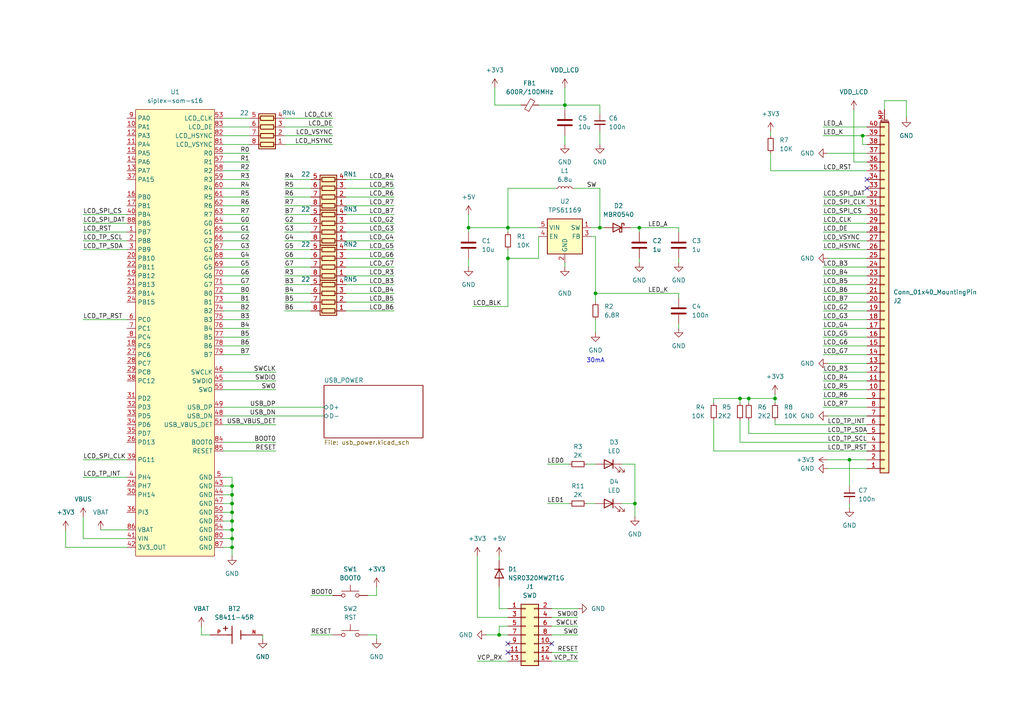
<source format=kicad_sch>
(kicad_sch (version 20231120) (generator "eeschema") (generator_version "8.0")
  (paper "A4")
  (junction (at 147.32 66.04))
  (junction (at 67.31 146.05))
  (junction (at 135.89 66.04))
  (junction (at 217.17 115.57))
  (junction (at 67.31 153.67))
  (junction (at 250.19 39.37))
  (junction (at 185.42 66.04))
  (junction (at -76.2 87.63))
  (junction (at 163.83 30.48))
  (junction (at -63.5 87.63))
  (junction (at 67.31 158.75))
  (junction (at -83.82 87.63))
  (junction (at 67.31 156.21))
  (junction (at 184.15 146.05))
  (junction (at 67.31 151.13))
  (junction (at 67.31 140.97))
  (junction (at 147.32 74.93))
  (junction (at 67.31 148.59))
  (junction (at 173.99 66.04))
  (junction (at 214.63 115.57))
  (junction (at 172.72 85.09))
  (junction (at 246.38 133.35))
  (junction (at 67.31 143.51))
  (junction (at -73.66 87.63))
  (junction (at 144.78 184.15))
  (junction (at 224.79 115.57))
  (no_connect (at 160.02 186.69))
  (no_connect (at 147.32 186.69))
  (no_connect (at 147.32 189.23))
  (no_connect (at 251.46 52.07))
  (no_connect (at 251.46 54.61))
  (wire (pts (xy -49.53 77.47) (xy -49.53 76.2)))
  (wire (pts (xy 72.39 85.09) (xy 64.77 85.09)))
  (wire (pts (xy 67.31 138.43) (xy 67.31 140.97)))
  (wire (pts (xy 106.68 172.72) (xy 109.22 172.72)))
  (wire (pts (xy 143.51 30.48) (xy 151.13 30.48)))
  (wire (pts (xy 172.72 85.09) (xy 196.85 85.09)))
  (wire (pts (xy 64.77 41.91) (xy 72.39 41.91)))
  (wire (pts (xy 82.55 69.85) (xy 90.17 69.85)))
  (wire (pts (xy 67.31 143.51) (xy 67.31 146.05)))
  (wire (pts (xy 138.43 191.77) (xy 147.32 191.77)))
  (wire (pts (xy 72.39 92.71) (xy 64.77 92.71)))
  (wire (pts (xy 90.17 172.72) (xy 96.52 172.72)))
  (wire (pts (xy 251.46 77.47) (xy 238.76 77.47)))
  (wire (pts (xy 100.33 74.93) (xy 114.3 74.93)))
  (wire (pts (xy 238.76 67.31) (xy 251.46 67.31)))
  (wire (pts (xy 72.39 44.45) (xy 64.77 44.45)))
  (wire (pts (xy 72.39 90.17) (xy 64.77 90.17)))
  (wire (pts (xy 82.55 82.55) (xy 90.17 82.55)))
  (wire (pts (xy 184.15 146.05) (xy 184.15 149.86)))
  (wire (pts (xy 196.85 67.31) (xy 196.85 66.04)))
  (wire (pts (xy 240.03 120.65) (xy 251.46 120.65)))
  (wire (pts (xy 223.52 49.53) (xy 251.46 49.53)))
  (wire (pts (xy 100.33 54.61) (xy 114.3 54.61)))
  (wire (pts (xy 214.63 128.27) (xy 251.46 128.27)))
  (wire (pts (xy 19.05 158.75) (xy 36.83 158.75)))
  (wire (pts (xy 82.55 62.23) (xy 90.17 62.23)))
  (wire (pts (xy 64.77 148.59) (xy 67.31 148.59)))
  (wire (pts (xy 80.01 130.81) (xy 64.77 130.81)))
  (wire (pts (xy 167.64 181.61) (xy 160.02 181.61)))
  (wire (pts (xy 64.77 138.43) (xy 67.31 138.43)))
  (wire (pts (xy 251.46 115.57) (xy 238.76 115.57)))
  (wire (pts (xy 185.42 66.04) (xy 185.42 67.31)))
  (wire (pts (xy 80.01 107.95) (xy 64.77 107.95)))
  (wire (pts (xy 100.33 64.77) (xy 114.3 64.77)))
  (wire (pts (xy 72.39 67.31) (xy 64.77 67.31)))
  (wire (pts (xy 100.33 87.63) (xy 114.3 87.63)))
  (wire (pts (xy 24.13 67.31) (xy 36.83 67.31)))
  (wire (pts (xy 238.76 72.39) (xy 251.46 72.39)))
  (wire (pts (xy 82.55 57.15) (xy 90.17 57.15)))
  (wire (pts (xy 100.33 59.69) (xy 114.3 59.69)))
  (wire (pts (xy 82.55 90.17) (xy 90.17 90.17)))
  (wire (pts (xy 82.55 87.63) (xy 90.17 87.63)))
  (wire (pts (xy 67.31 151.13) (xy 67.31 153.67)))
  (wire (pts (xy 240.03 135.89) (xy 251.46 135.89)))
  (wire (pts (xy 207.01 121.92) (xy 207.01 130.81)))
  (wire (pts (xy 64.77 158.75) (xy 67.31 158.75)))
  (wire (pts (xy 163.83 41.91) (xy 163.83 39.37)))
  (wire (pts (xy 24.13 149.86) (xy 24.13 156.21)))
  (wire (pts (xy 24.13 69.85) (xy 36.83 69.85)))
  (wire (pts (xy 82.55 36.83) (xy 96.52 36.83)))
  (wire (pts (xy 109.22 172.72) (xy 109.22 170.18)))
  (wire (pts (xy -83.82 88.9) (xy -83.82 87.63)))
  (wire (pts (xy -72.39 96.52) (xy -59.69 96.52)))
  (wire (pts (xy -59.69 109.22) (xy -63.5 109.22)))
  (wire (pts (xy 214.63 115.57) (xy 217.17 115.57)))
  (wire (pts (xy 144.78 161.29) (xy 144.78 162.56)))
  (wire (pts (xy 196.85 76.2) (xy 196.85 74.93)))
  (wire (pts (xy 147.32 66.04) (xy 156.21 66.04)))
  (wire (pts (xy 19.05 153.67) (xy 19.05 158.75)))
  (wire (pts (xy 247.65 31.75) (xy 247.65 46.99)))
  (wire (pts (xy 135.89 77.47) (xy 135.89 74.93)))
  (wire (pts (xy 251.46 110.49) (xy 238.76 110.49)))
  (wire (pts (xy 163.83 30.48) (xy 163.83 25.4)))
  (wire (pts (xy 64.77 153.67) (xy 67.31 153.67)))
  (wire (pts (xy 24.13 156.21) (xy 36.83 156.21)))
  (wire (pts (xy 67.31 153.67) (xy 67.31 156.21)))
  (wire (pts (xy 82.55 77.47) (xy 90.17 77.47)))
  (wire (pts (xy -63.5 104.14) (xy -59.69 104.14)))
  (wire (pts (xy 156.21 74.93) (xy 147.32 74.93)))
  (wire (pts (xy 173.99 54.61) (xy 173.99 66.04)))
  (wire (pts (xy 100.33 62.23) (xy 114.3 62.23)))
  (wire (pts (xy 143.51 25.4) (xy 143.51 30.48)))
  (wire (pts (xy 144.78 176.53) (xy 147.32 176.53)))
  (wire (pts (xy -83.82 93.98) (xy -83.82 111.76)))
  (wire (pts (xy 72.39 34.29) (xy 64.77 34.29)))
  (wire (pts (xy 180.34 146.05) (xy 184.15 146.05)))
  (wire (pts (xy 24.13 133.35) (xy 36.83 133.35)))
  (wire (pts (xy 82.55 74.93) (xy 90.17 74.93)))
  (wire (pts (xy 238.76 69.85) (xy 251.46 69.85)))
  (wire (pts (xy 196.85 66.04) (xy 185.42 66.04)))
  (wire (pts (xy 247.65 46.99) (xy 251.46 46.99)))
  (wire (pts (xy -76.2 101.6) (xy -59.69 101.6)))
  (wire (pts (xy 166.37 54.61) (xy 173.99 54.61)))
  (wire (pts (xy 238.76 36.83) (xy 251.46 36.83)))
  (wire (pts (xy 251.46 118.11) (xy 238.76 118.11)))
  (wire (pts (xy 251.46 80.01) (xy 238.76 80.01)))
  (wire (pts (xy 82.55 72.39) (xy 90.17 72.39)))
  (wire (pts (xy 82.55 64.77) (xy 90.17 64.77)))
  (wire (pts (xy 167.64 176.53) (xy 160.02 176.53)))
  (wire (pts (xy 251.46 41.91) (xy 250.19 41.91)))
  (wire (pts (xy 246.38 133.35) (xy 251.46 133.35)))
  (wire (pts (xy 58.42 184.15) (xy 58.42 181.61)))
  (wire (pts (xy 161.29 54.61) (xy 147.32 54.61)))
  (wire (pts (xy 251.46 102.87) (xy 238.76 102.87)))
  (wire (pts (xy 172.72 85.09) (xy 172.72 87.63)))
  (wire (pts (xy 173.99 30.48) (xy 163.83 30.48)))
  (wire (pts (xy 137.16 88.9) (xy 147.32 88.9)))
  (wire (pts (xy 80.01 110.49) (xy 64.77 110.49)))
  (wire (pts (xy 240.03 74.93) (xy 251.46 74.93)))
  (wire (pts (xy 100.33 80.01) (xy 114.3 80.01)))
  (wire (pts (xy 72.39 64.77) (xy 64.77 64.77)))
  (wire (pts (xy 214.63 121.92) (xy 214.63 128.27)))
  (wire (pts (xy 223.52 38.1) (xy 223.52 39.37)))
  (wire (pts (xy 172.72 68.58) (xy 172.72 85.09)))
  (wire (pts (xy 262.89 29.21) (xy 262.89 34.29)))
  (wire (pts (xy 82.55 39.37) (xy 96.52 39.37)))
  (wire (pts (xy 100.33 57.15) (xy 114.3 57.15)))
  (wire (pts (xy 251.46 92.71) (xy 238.76 92.71)))
  (wire (pts (xy 64.77 120.65) (xy 93.98 120.65)))
  (wire (pts (xy 100.33 67.31) (xy 114.3 67.31)))
  (wire (pts (xy 72.39 36.83) (xy 64.77 36.83)))
  (wire (pts (xy 251.46 113.03) (xy 238.76 113.03)))
  (wire (pts (xy 147.32 66.04) (xy 135.89 66.04)))
  (wire (pts (xy 246.38 147.32) (xy 246.38 146.05)))
  (wire (pts (xy 144.78 181.61) (xy 144.78 184.15)))
  (wire (pts (xy 147.32 54.61) (xy 147.32 66.04)))
  (wire (pts (xy 76.2 185.42) (xy 76.2 184.15)))
  (wire (pts (xy -83.82 87.63) (xy -76.2 87.63)))
  (wire (pts (xy 147.32 181.61) (xy 144.78 181.61)))
  (wire (pts (xy 158.75 134.62) (xy 165.1 134.62)))
  (wire (pts (xy 180.34 134.62) (xy 184.15 134.62)))
  (wire (pts (xy 72.39 72.39) (xy 64.77 72.39)))
  (wire (pts (xy 82.55 34.29) (xy 96.52 34.29)))
  (wire (pts (xy -73.66 99.06) (xy -59.69 99.06)))
  (wire (pts (xy -76.2 87.63) (xy -73.66 87.63)))
  (wire (pts (xy 67.31 158.75) (xy 67.31 161.29)))
  (wire (pts (xy 217.17 115.57) (xy 224.79 115.57)))
  (wire (pts (xy 64.77 156.21) (xy 67.31 156.21)))
  (wire (pts (xy -76.2 93.98) (xy -76.2 101.6)))
  (wire (pts (xy 173.99 66.04) (xy 171.45 66.04)))
  (wire (pts (xy -16.51 119.38) (xy -15.24 119.38)))
  (wire (pts (xy 163.83 77.47) (xy 163.83 76.2)))
  (wire (pts (xy 67.31 146.05) (xy 67.31 148.59)))
  (wire (pts (xy 80.01 113.03) (xy 64.77 113.03)))
  (wire (pts (xy 72.39 57.15) (xy 64.77 57.15)))
  (wire (pts (xy -73.66 87.63) (xy -63.5 87.63)))
  (wire (pts (xy 171.45 68.58) (xy 172.72 68.58)))
  (wire (pts (xy 140.97 184.15) (xy 144.78 184.15)))
  (wire (pts (xy 147.32 66.04) (xy 147.32 67.31)))
  (wire (pts (xy 72.39 52.07) (xy 64.77 52.07)))
  (wire (pts (xy 167.64 184.15) (xy 160.02 184.15)))
  (wire (pts (xy 138.43 179.07) (xy 147.32 179.07)))
  (wire (pts (xy 80.01 123.19) (xy 64.77 123.19)))
  (wire (pts (xy 58.42 184.15) (xy 60.96 184.15)))
  (wire (pts (xy 72.39 80.01) (xy 64.77 80.01)))
  (wire (pts (xy 173.99 33.02) (xy 173.99 30.48)))
  (wire (pts (xy 82.55 67.31) (xy 90.17 67.31)))
  (wire (pts (xy 147.32 74.93) (xy 147.32 88.9)))
  (wire (pts (xy 262.89 29.21) (xy 256.54 29.21)))
  (wire (pts (xy -72.39 106.68) (xy -59.69 106.68)))
  (wire (pts (xy 170.18 146.05) (xy 172.72 146.05)))
  (wire (pts (xy 109.22 184.15) (xy 106.68 184.15)))
  (wire (pts (xy 82.55 41.91) (xy 96.52 41.91)))
  (wire (pts (xy -63.5 86.36) (xy -63.5 87.63)))
  (wire (pts (xy 24.13 138.43) (xy 36.83 138.43)))
  (wire (pts (xy -73.66 87.63) (xy -73.66 88.9)))
  (wire (pts (xy 240.03 133.35) (xy 246.38 133.35)))
  (wire (pts (xy 144.78 184.15) (xy 147.32 184.15)))
  (wire (pts (xy 156.21 68.58) (xy 156.21 74.93)))
  (wire (pts (xy -91.44 93.98) (xy -91.44 119.38)))
  (wire (pts (xy 24.13 64.77) (xy 36.83 64.77)))
  (wire (pts (xy 72.39 59.69) (xy 64.77 59.69)))
  (wire (pts (xy 72.39 74.93) (xy 64.77 74.93)))
  (wire (pts (xy 67.31 140.97) (xy 67.31 143.51)))
  (wire (pts (xy 100.33 69.85) (xy 114.3 69.85)))
  (wire (pts (xy 223.52 44.45) (xy 223.52 49.53)))
  (wire (pts (xy 64.77 146.05) (xy 67.31 146.05)))
  (wire (pts (xy 72.39 102.87) (xy 64.77 102.87)))
  (wire (pts (xy -83.82 111.76) (xy -59.69 111.76)))
  (wire (pts (xy 72.39 95.25) (xy 64.77 95.25)))
  (wire (pts (xy 80.01 128.27) (xy 64.77 128.27)))
  (wire (pts (xy 72.39 100.33) (xy 64.77 100.33)))
  (wire (pts (xy 238.76 57.15) (xy 251.46 57.15)))
  (wire (pts (xy 184.15 134.62) (xy 184.15 146.05)))
  (wire (pts (xy 147.32 74.93) (xy 147.32 72.39)))
  (wire (pts (xy 100.33 90.17) (xy 114.3 90.17)))
  (wire (pts (xy -63.5 87.63) (xy -63.5 104.14)))
  (wire (pts (xy 72.39 62.23) (xy 64.77 62.23)))
  (wire (pts (xy -91.44 88.9) (xy -91.44 87.63)))
  (wire (pts (xy 207.01 130.81) (xy 251.46 130.81)))
  (wire (pts (xy 240.03 44.45) (xy 251.46 44.45)))
  (wire (pts (xy 67.31 156.21) (xy 67.31 158.75)))
  (wire (pts (xy 72.39 77.47) (xy 64.77 77.47)))
  (wire (pts (xy 167.64 191.77) (xy 160.02 191.77)))
  (wire (pts (xy 251.46 97.79) (xy 238.76 97.79)))
  (wire (pts (xy 224.79 114.3) (xy 224.79 115.57)))
  (wire (pts (xy 135.89 62.23) (xy 135.89 66.04)))
  (wire (pts (xy 72.39 46.99) (xy 64.77 46.99)))
  (wire (pts (xy 240.03 105.41) (xy 251.46 105.41)))
  (wire (pts (xy 100.33 77.47) (xy 114.3 77.47)))
  (wire (pts (xy 238.76 62.23) (xy 251.46 62.23)))
  (wire (pts (xy 138.43 161.29) (xy 138.43 179.07)))
  (wire (pts (xy 135.89 66.04) (xy 135.89 67.31)))
  (wire (pts (xy 251.46 95.25) (xy 238.76 95.25)))
  (wire (pts (xy 82.55 54.61) (xy 90.17 54.61)))
  (wire (pts (xy 100.33 72.39) (xy 114.3 72.39)))
  (wire (pts (xy 185.42 66.04) (xy 182.88 66.04)))
  (wire (pts (xy 251.46 85.09) (xy 238.76 85.09)))
  (wire (pts (xy 173.99 41.91) (xy 173.99 38.1)))
  (wire (pts (xy 170.18 134.62) (xy 172.72 134.62)))
  (wire (pts (xy 251.46 107.95) (xy 238.76 107.95)))
  (wire (pts (xy 64.77 140.97) (xy 67.31 140.97)))
  (wire (pts (xy 172.72 92.71) (xy 172.72 96.52)))
  (wire (pts (xy -63.5 109.22) (xy -63.5 125.73)))
  (wire (pts (xy 64.77 118.11) (xy 93.98 118.11)))
  (wire (pts (xy 224.79 121.92) (xy 224.79 123.19)))
  (wire (pts (xy 82.55 59.69) (xy 90.17 59.69)))
  (wire (pts (xy -72.39 114.3) (xy -59.69 114.3)))
  (wire (pts (xy 64.77 143.51) (xy 67.31 143.51)))
  (wire (pts (xy 109.22 185.42) (xy 109.22 184.15)))
  (wire (pts (xy 24.13 72.39) (xy 36.83 72.39)))
  (wire (pts (xy 100.33 52.07) (xy 114.3 52.07)))
  (wire (pts (xy 238.76 64.77) (xy 251.46 64.77)))
  (wire (pts (xy 72.39 82.55) (xy 64.77 82.55)))
  (wire (pts (xy -76.2 87.63) (xy -76.2 88.9)))
  (wire (pts (xy 251.46 82.55) (xy 238.76 82.55)))
  (wire (pts (xy 251.46 90.17) (xy 238.76 90.17)))
  (wire (pts (xy 167.64 189.23) (xy 160.02 189.23)))
  (wire (pts (xy 82.55 85.09) (xy 90.17 85.09)))
  (wire (pts (xy 82.55 52.07) (xy 90.17 52.07)))
  (wire (pts (xy -15.24 119.38) (xy -15.24 125.73)))
  (wire (pts (xy 238.76 59.69) (xy 251.46 59.69)))
  (wire (pts (xy 72.39 97.79) (xy 64.77 97.79)))
  (wire (pts (xy 158.75 146.05) (xy 165.1 146.05)))
  (wire (pts (xy 238.76 39.37) (xy 250.19 39.37)))
  (wire (pts (xy 67.31 148.59) (xy 67.31 151.13)))
  (wire (pts (xy 250.19 41.91) (xy 250.19 39.37)))
  (wire (pts (xy 24.13 62.23) (xy 36.83 62.23)))
  (wire (pts (xy 214.63 116.84) (xy 214.63 115.57)))
  (wire (pts (xy 100.33 82.55) (xy 114.3 82.55)))
  (wire (pts (xy 196.85 95.25) (xy 196.85 93.98)))
  (wire (pts (xy 100.33 85.09) (xy 114.3 85.09)))
  (wire (pts (xy 217.17 115.57) (xy 217.17 116.84)))
  (wire (pts (xy 256.54 29.21) (xy 256.54 31.75)))
  (wire (pts (xy -91.44 119.38) (xy -59.69 119.38)))
  (wire (pts (xy 144.78 170.18) (xy 144.78 176.53)))
  (wire (pts (xy 163.83 30.48) (xy 163.83 31.75)))
  (wire (pts (xy 217.17 121.92) (xy 217.17 125.73)))
  (wire (pts (xy 217.17 125.73) (xy 251.46 125.73)))
  (wire (pts (xy 72.39 69.85) (xy 64.77 69.85)))
  (wire (pts (xy 250.19 39.37) (xy 251.46 39.37)))
  (wire (pts (xy 207.01 116.84) (xy 207.01 115.57)))
  (wire (pts (xy 251.46 87.63) (xy 238.76 87.63)))
  (wire (pts (xy 64.77 39.37) (xy 72.39 39.37)))
  (wire (pts (xy 185.42 76.2) (xy 185.42 74.93)))
  (wire (pts (xy 251.46 100.33) (xy 238.76 100.33)))
  (wire (pts (xy 167.64 179.07) (xy 160.02 179.07)))
  (wire (pts (xy 29.21 153.67) (xy 36.83 153.67)))
  (wire (pts (xy 72.39 87.63) (xy 64.77 87.63)))
  (wire (pts (xy -39.37 77.47) (xy -39.37 74.93)))
  (wire (pts (xy 90.17 184.15) (xy 96.52 184.15)))
  (wire (pts (xy 207.01 115.57) (xy 214.63 115.57)))
  (wire (pts (xy -91.44 87.63) (xy -83.82 87.63)))
  (wire (pts (xy 224.79 115.57) (xy 224.79 116.84)))
  (wire (pts (xy -73.66 93.98) (xy -73.66 99.06)))
  (wire (pts (xy 64.77 151.13) (xy 67.31 151.13)))
  (wire (pts (xy 246.38 133.35) (xy 246.38 140.97)))
  (wire (pts (xy 72.39 49.53) (xy 64.77 49.53)))
  (wire (pts (xy -39.37 67.31) (xy -39.37 69.85)))
  (wire (pts (xy -49.53 67.31) (xy -49.53 68.58)))
  (wire (pts (xy 72.39 54.61) (xy 64.77 54.61)))
  (wire (pts (xy 196.85 86.36) (xy 196.85 85.09)))
  (wire (pts (xy 156.21 30.48) (xy 163.83 30.48)))
  (wire (pts (xy 175.26 66.04) (xy 173.99 66.04)))
  (wire (pts (xy 24.13 92.71) (xy 36.83 92.71)))
  (wire (pts (xy 82.55 80.01) (xy 90.17 80.01)))
  (wire (pts (xy 224.79 123.19) (xy 251.46 123.19)))
  (text "30mA" (at 172.72 104.648 0) (effects (font (size 1.27 1.27))))
  (label "LCD_CLK" (at 238.76 64.77 0))
  (label "LCD_TP_SCL" (at 240.03 128.27 0))
  (label "LCD_B3" (at 114.3 82.55 180))
  (label "LCD_G3" (at 238.76 92.71 0))
  (label "LCD_SPI_CS" (at 238.76 62.23 0))
  (label "LED_K" (at 238.76 39.37 0))
  (label "LCD_B3" (at 238.76 77.47 0))
  (label "LCD_G4" (at 238.76 95.25 0))
  (label "LCD_TP_SCL" (at 24.13 69.85 0))
  (label "LCD_G7" (at 114.3 77.47 180))
  (label "LCD_B7" (at 114.3 62.23 180))
  (label "R6" (at 72.39 59.69 180))
  (label "LCD_TP_RST" (at 240.03 130.81 0))
  (label "USB_DN" (at 80.01 120.65 180))
  (label "G3" (at 82.55 67.31 0))
  (label "G4" (at 72.39 74.93 180))
  (label "B5" (at 72.39 97.79 180))
  (label "LCD_G4" (at 114.3 69.85 180))
  (label "LCD_TP_SDA" (at 24.13 72.39 0))
  (label "LCD_R7" (at 238.76 118.11 0))
  (label "LED_A" (at 238.76 36.83 0))
  (label "SWCLK" (at 167.64 181.61 180))
  (label "VCP_TX" (at 167.64 191.77 180))
  (label "R7" (at 82.55 59.69 0))
  (label "DAT0" (at -72.39 111.76 0))
  (label "B5" (at 82.55 87.63 0))
  (label "R5" (at 82.55 54.61 0))
  (label "LED1" (at 158.75 146.05 0))
  (label "B4" (at 72.39 95.25 180))
  (label "G5" (at 82.55 72.39 0))
  (label "BOOT0" (at 90.17 172.72 0))
  (label "USB_VBUS_DET" (at 80.01 123.19 180))
  (label "B7" (at 72.39 102.87 180))
  (label "LCD_TP_INT" (at 24.13 138.43 0))
  (label "B6" (at 82.55 90.17 0))
  (label "LCD_G7" (at 238.76 102.87 0))
  (label "LCD_TP_RST" (at 24.13 92.71 0))
  (label "B6" (at 72.39 100.33 180))
  (label "SWO" (at 80.01 113.03 180))
  (label "LED_K" (at 187.96 85.09 0))
  (label "LCD_B5" (at 238.76 82.55 0))
  (label "LCD_VSYNC" (at 96.52 39.37 180))
  (label "B1" (at 72.39 87.63 180))
  (label "LCD_R4" (at 114.3 52.07 180))
  (label "B2" (at 72.39 90.17 180))
  (label "SWO" (at 167.64 184.15 180))
  (label "LCD_SPI_DAT" (at 24.13 64.77 0))
  (label "LED_A" (at 187.96 66.04 0))
  (label "R4" (at 72.39 54.61 180))
  (label "LCD_R3" (at 238.76 107.95 0))
  (label "G6" (at 82.55 74.93 0))
  (label "R0" (at 72.39 44.45 180))
  (label "G4" (at 82.55 69.85 0))
  (label "LCD_TP_INT" (at 240.03 123.19 0))
  (label "LCD_B5" (at 114.3 87.63 180))
  (label "LCD_HSYNC" (at 238.76 72.39 0))
  (label "R3" (at 82.55 80.01 0))
  (label "LCD_G5" (at 114.3 72.39 180))
  (label "B0" (at 72.39 85.09 180))
  (label "R5" (at 72.39 57.15 180))
  (label "R2" (at 72.39 49.53 180))
  (label "RESET" (at 90.17 184.15 0))
  (label "LCD_R7" (at 114.3 59.69 180))
  (label "LCD_CLK" (at 96.52 34.29 180))
  (label "CLK" (at -72.39 106.68 0))
  (label "LCD_SPI_CS" (at 24.13 62.23 0))
  (label "LCD_R6" (at 114.3 57.15 180))
  (label "G0" (at 72.39 64.77 180))
  (label "RESET" (at 80.01 130.81 180))
  (label "LCD_SPI_CLK" (at 24.13 133.35 0))
  (label "BOOT0" (at 80.01 128.27 180))
  (label "LCD_B4" (at 238.76 80.01 0))
  (label "SWCLK" (at 80.01 107.95 180))
  (label "LCD_G3" (at 114.3 67.31 180))
  (label "DAT2" (at -72.39 96.52 0))
  (label "DAT3" (at -72.39 99.06 0))
  (label "B7" (at 82.55 62.23 0))
  (label "G2" (at 82.55 64.77 0))
  (label "VCP_RX" (at 138.43 191.77 0))
  (label "USB_DP" (at 80.01 118.11 180))
  (label "SWDIO" (at 167.64 179.07 180))
  (label "LCD_G5" (at 238.76 97.79 0))
  (label "LCD_G6" (at 238.76 100.33 0))
  (label "R7" (at 72.39 62.23 180))
  (label "B3" (at 82.55 82.55 0))
  (label "LCD_R3" (at 114.3 80.01 180))
  (label "LCD_R4" (at 238.76 110.49 0))
  (label "LCD_RST" (at 238.76 49.53 0))
  (label "LCD_G6" (at 114.3 74.93 180))
  (label "LED0" (at 158.75 134.62 0))
  (label "LCD_B6" (at 238.76 85.09 0))
  (label "LCD_TP_SDA" (at 240.03 125.73 0))
  (label "LCD_VSYNC" (at 238.76 69.85 0))
  (label "R3" (at 72.39 52.07 180))
  (label "R1" (at 72.39 46.99 180))
  (label "B4" (at 82.55 85.09 0))
  (label "LCD_B6" (at 114.3 90.17 180))
  (label "LCD_B7" (at 238.76 87.63 0))
  (label "LCD_R5" (at 238.76 113.03 0))
  (label "SW" (at 170.18 54.61 0))
  (label "SD_DET" (at -72.39 119.38 0))
  (label "LCD_R5" (at 114.3 54.61 180))
  (label "G3" (at 72.39 72.39 180))
  (label "LCD_DE" (at 238.76 67.31 0))
  (label "LCD_SPI_CLK" (at 238.76 59.69 0))
  (label "LCD_BLK" (at 137.16 88.9 0))
  (label "LCD_SPI_DAT" (at 238.76 57.15 0))
  (label "G1" (at 72.39 67.31 180))
  (label "LCD_B4" (at 114.3 85.09 180))
  (label "G5" (at 72.39 77.47 180))
  (label "LCD_RST" (at 24.13 67.31 0))
  (label "SWDIO" (at 80.01 110.49 180))
  (label "B3" (at 72.39 92.71 180))
  (label "RESET" (at 167.64 189.23 180))
  (label "G6" (at 72.39 80.01 180))
  (label "R4" (at 82.55 52.07 0))
  (label "LCD_G2" (at 238.76 90.17 0))
  (label "G7" (at 72.39 82.55 180))
  (label "G7" (at 82.55 77.47 0))
  (label "CMD" (at -72.39 101.6 0))
  (label "LCD_DE" (at 96.52 36.83 180))
  (label "LCD_R6" (at 238.76 115.57 0))
  (label "DAT1" (at -72.39 114.3 0))
  (label "LCD_HSYNC" (at 96.52 41.91 180))
  (label "LCD_G2" (at 114.3 64.77 180))
  (label "R6" (at 82.55 57.15 0))
  (label "G2" (at 72.39 69.85 180))
  (symbol (lib_id "power:GND") (at 262.89 34.29 0) (unit 1)
    (property "Reference" "#PWR028" (effects (hide yes)))
    (property "Value" "GND" (at 262.89 39.37 0))
    (property "Description" "Power symbol creates a global label with name \"GND\" , ground" (effects (hide yes)))
  )
  (symbol (lib_id "power:GND") (at 76.2 185.42 0) (unit 1)
    (property "Reference" "#PWR042" (effects (hide yes)))
    (property "Value" "GND" (at 76.2 190.5 0))
    (property "Description" "Power symbol creates a global label with name \"GND\" , ground" (effects (hide yes)))
  )
  (symbol (lib_id "power:+3V3") (at 143.51 25.4 0) (unit 1)
    (property "Reference" "#PWR029" (effects (hide yes)))
    (property "Value" "+3V3" (at 143.51 20.32 0))
    (property "Description" "Power symbol creates a global label with name \"+3V3\"" (effects (hide yes)))
  )
  (symbol (lib_id "power:GND") (at 246.38 147.32 0) (unit 1)
    (property "Reference" "#PWR034" (effects (hide yes)))
    (property "Value" "GND" (at 246.38 152.4 0))
    (property "Description" "Power symbol creates a global label with name \"GND\" , ground" (effects (hide yes)))
  )
  (symbol (lib_id "Device:C_Small") (at 173.99 35.56 0) (unit 1)
    (property "Reference" "C6" (at 176.53 34.2962 0) (effects (justify left)))
    (property "Value" "100n" (at 176.53 36.8362 0) (effects (justify left)))
    (property "Footprint" "Capacitor_SMD:C_0603_1608Metric" (effects (hide yes)))
    (property "Description" "Unpolarized capacitor, small symbol" (effects (hide yes)))
  )
  (symbol (lib_id "power:GND") (at 185.42 76.2 0) (unit 1)
    (property "Reference" "#PWR015" (effects (hide yes)))
    (property "Value" "GND" (at 185.42 81.28 0))
    (property "Description" "Power symbol creates a global label with name \"GND\" , ground" (effects (hide yes)))
  )
  (symbol (lib_id "Device:R_Small") (at 167.64 146.05 90) (unit 1)
    (property "Reference" "R11" (at 167.64 140.97 90))
    (property "Value" "2K" (at 167.64 143.51 90))
    (property "Footprint" "Resistor_SMD:R_0402_1005Metric" (effects (hide yes)))
    (property "Description" "Resistor, small symbol" (effects (hide yes)))
  )
  (symbol (lib_id "power:+5V") (at 29.21 153.67 0) (unit 1)
    (property "Reference" "#PWR03" (effects (hide yes)))
    (property "Value" "VBAT" (at 29.21 148.59 0))
    (property "Description" "Power symbol creates a global label with name \"+5V\"" (effects (hide yes)))
  )
  (symbol (lib_id "power:+3V3") (at 163.83 25.4 0) (unit 1)
    (property "Reference" "#PWR030" (effects (hide yes)))
    (property "Value" "VDD_LCD" (at 163.83 20.32 0))
    (property "Description" "Power symbol creates a global label with name \"+3V3\"" (effects (hide yes)))
  )
  (symbol (lib_id "power:GND") (at 240.03 44.45 270) (unit 1)
    (property "Reference" "#PWR021" (effects (hide yes)))
    (property "Value" "GND" (at 236.22 44.4499 90) (effects (justify right)))
    (property "Description" "Power symbol creates a global label with name \"GND\" , ground" (effects (hide yes)))
  )
  (symbol (lib_id "power:GND") (at 173.99 41.91 0) (unit 1)
    (property "Reference" "#PWR032" (effects (hide yes)))
    (property "Value" "GND" (at 173.99 46.99 0))
    (property "Description" "Power symbol creates a global label with name \"GND\" , ground" (effects (hide yes)))
  )
  (symbol (lib_id "Device:R_Pack04") (at 95.25 54.61 90) (unit 1)
    (property "Reference" "RN1" (at 101.6 50.546 90))
    (property "Value" "22" (at 88.646 50.546 90))
    (property "Footprint" "Resistor_SMD:R_Array_Convex_4x0402" (effects (hide yes)))
    (property "Description" "4 resistor network, parallel topology" (effects (hide yes)))
  )
  (symbol (lib_id "Device:R_Pack04") (at 95.25 74.93 90) (unit 1)
    (property "Reference" "RN2" (at 101.6 70.866 90))
    (property "Value" "22" (at 88.646 70.866 90))
    (property "Footprint" "Resistor_SMD:R_Array_Convex_4x0402" (effects (hide yes)))
    (property "Description" "4 resistor network, parallel topology" (effects (hide yes)))
  )
  (symbol (lib_id "Device:D") (at 144.78 166.37 270) (unit 1)
    (property "Reference" "D1" (at 147.32 165.0999 90) (effects (justify left)))
    (property "Value" "NSR0320MW2T1G" (at 147.32 167.6399 90) (effects (justify left)))
    (property "Footprint" "Diode_SMD:D_SOD-123" (effects (hide yes)))
    (property "Description" "Diode" (effects (hide yes)))
    (property "Sim.Device" "D" (effects (hide yes)))
    (property "Sim.Pins" "1=K 2=A" (effects (hide yes)))
  )
  (symbol (lib_id "Device:R_Small") (at 167.64 134.62 90) (unit 1)
    (property "Reference" "R3" (at 167.64 129.54 90))
    (property "Value" "2K" (at 167.64 132.08 90))
    (property "Footprint" "Resistor_SMD:R_0402_1005Metric" (effects (hide yes)))
    (property "Description" "Resistor, small symbol" (effects (hide yes)))
  )
  (symbol (lib_id "power:+3V3") (at 109.22 170.18 0) (unit 1)
    (property "Reference" "#PWR05" (effects (hide yes)))
    (property "Value" "+3V3" (at 109.22 165.1 0))
    (property "Description" "Power symbol creates a global label with name \"+3V3\"" (effects (hide yes)))
  )
  (symbol (lib_id "power:GND") (at 167.64 176.53 90) (mirror x) (unit 1)
    (property "Reference" "#PWR013" (effects (hide yes)))
    (property "Value" "GND" (at 171.45 176.5299 90) (effects (justify right)))
    (property "Description" "Power symbol creates a global label with name \"GND\" , ground" (effects (hide yes)))
  )
  (symbol (lib_id "Device:C_Small") (at -39.37 72.39 0) (unit 1)
    (property "Reference" "C12" (at -36.83 71.1262 0) (effects (justify left)))
    (property "Value" "100n" (at -36.83 73.6662 0) (effects (justify left)))
    (property "Footprint" "Capacitor_SMD:C_0402_1005Metric" (effects (hide yes)))
    (property "Description" "Unpolarized capacitor, small symbol" (effects (hide yes)))
  )
  (symbol (lib_id "Device:R_Small") (at -76.2 91.44 0) (mirror y) (unit 1)
    (property "Reference" "R13" (at -78.74 90.1699 0) (effects (justify left)))
    (property "Value" "10K" (at -78.74 92.7099 0) (effects (justify left)))
    (property "Footprint" "Resistor_SMD:R_0402_1005Metric" (effects (hide yes)))
    (property "Description" "Resistor, small symbol" (effects (hide yes)))
  )
  (symbol (lib_id "Device:R_Small") (at -73.66 91.44 0) (unit 1)
    (property "Reference" "R12" (at -71.12 90.1699 0) (effects (justify left)))
    (property "Value" "10K" (at -71.12 92.7099 0) (effects (justify left)))
    (property "Footprint" "Resistor_SMD:R_0402_1005Metric" (effects (hide yes)))
    (property "Description" "Resistor, small symbol" (effects (hide yes)))
  )
  (symbol (lib_id "power:GND") (at -49.53 77.47 0) (unit 1)
    (property "Reference" "#PWR047" (effects (hide yes)))
    (property "Value" "GND" (at -49.53 82.55 0))
    (property "Description" "Power symbol creates a global label with name \"GND\" , ground" (effects (hide yes)))
  )
  (symbol (lib_id "power:+3V3") (at 223.52 38.1 0) (unit 1)
    (property "Reference" "#PWR019" (effects (hide yes)))
    (property "Value" "+3V3" (at 223.52 33.02 0))
    (property "Description" "Power symbol creates a global label with name \"+3V3\"" (effects (hide yes)))
  )
  (symbol (lib_id "power:+3V3") (at -63.5 86.36 0) (unit 1)
    (property "Reference" "#PWR043" (effects (hide yes)))
    (property "Value" "+3V3" (at -63.5 81.28 0))
    (property "Description" "Power symbol creates a global label with name \"+3V3\"" (effects (hide yes)))
  )
  (symbol (lib_id "Device:R_Pack04") (at 95.25 64.77 90) (unit 1)
    (property "Reference" "RN3" (at 101.6 60.706 90))
    (property "Value" "22" (at 88.646 60.706 90))
    (property "Footprint" "Resistor_SMD:R_Array_Convex_4x0402" (effects (hide yes)))
    (property "Description" "4 resistor network, parallel topology" (effects (hide yes)))
  )
  (symbol (lib_id "Device:C") (at -49.53 72.39 0) (unit 1)
    (property "Reference" "C10" (at -45.72 71.1199 0) (effects (justify left)))
    (property "Value" "1u" (at -45.72 73.6599 0) (effects (justify left)))
    (property "Footprint" "Capacitor_SMD:C_0603_1608Metric" (effects (hide yes)))
    (property "Description" "Unpolarized capacitor" (effects (hide yes)))
  )
  (symbol (lib_id "power:+3V3") (at -39.37 67.31 0) (unit 1)
    (property "Reference" "#PWR049" (effects (hide yes)))
    (property "Value" "+3V3" (at -39.37 62.23 0))
    (property "Description" "Power symbol creates a global label with name \"+3V3\"" (effects (hide yes)))
  )
  (symbol (lib_id "power:+5V") (at 135.89 62.23 0) (unit 1)
    (property "Reference" "#PWR07" (effects (hide yes)))
    (property "Value" "+5V" (at 135.89 57.15 0))
    (property "Description" "Power symbol creates a global label with name \"+5V\"" (effects (hide yes)))
  )
  (symbol (lib_id "Regulator_Switching:TPS61040DBV") (at 163.83 68.58 0) (unit 1)
    (property "Reference" "U2" (at 163.83 58.42 0))
    (property "Value" "TPS61169" (at 163.83 60.96 0))
    (property "Footprint" "Package_TO_SOT_SMD:SOT-23-5" (effects (hide yes)))
    (property "Datasheet" "http://www.ti.com/lit/ds/symlink/tps61040.pdf" (effects (hide yes)))
    (property "Description" "Synchronous Boost Regulator, Adjustable Output up to 28V, 400 mA Switch Current Limit, SOT-23-5" (effects (hide yes)))
  )
  (symbol (lib_id "Device:R_Small") (at 207.01 119.38 0) (mirror y) (unit 1)
    (property "Reference" "R4" (at 204.47 118.1099 0) (effects (justify left)))
    (property "Value" "10K" (at 204.47 120.6499 0) (effects (justify left)))
    (property "Footprint" "Resistor_SMD:R_0402_1005Metric" (effects (hide yes)))
    (property "Description" "Resistor, small symbol" (effects (hide yes)))
  )
  (symbol (lib_id "power:+5V") (at 144.78 161.29 0) (unit 1)
    (property "Reference" "#PWR011" (effects (hide yes)))
    (property "Value" "+5V" (at 144.78 156.21 0))
    (property "Description" "Power symbol creates a global label with name \"+5V\"" (effects (hide yes)))
  )
  (symbol (lib_id "power:+3V3") (at 224.79 114.3 0) (unit 1)
    (property "Reference" "#PWR020" (effects (hide yes)))
    (property "Value" "+3V3" (at 224.79 109.22 0))
    (property "Description" "Power symbol creates a global label with name \"+3V3\"" (effects (hide yes)))
  )
  (symbol (lib_id "power:+3V3") (at -49.53 67.31 0) (unit 1)
    (property "Reference" "#PWR046" (effects (hide yes)))
    (property "Value" "+3V3" (at -49.53 62.23 0))
    (property "Description" "Power symbol creates a global label with name \"+3V3\"" (effects (hide yes)))
  )
  (symbol (lib_id "power:GND") (at 163.83 41.91 0) (unit 1)
    (property "Reference" "#PWR031" (effects (hide yes)))
    (property "Value" "GND" (at 163.83 46.99 0))
    (property "Description" "Power symbol creates a global label with name \"GND\" , ground" (effects (hide yes)))
  )
  (symbol (lib_id "Connector_Generic:Conn_02x07_Odd_Even") (at 152.4 184.15 0) (unit 1)
    (property "Reference" "J1" (at 153.67 170.18 0))
    (property "Value" "SWD" (at 153.67 172.72 0))
    (property "Footprint" "Connector_PinHeader_1.27mm:PinHeader_2x07_P1.27mm_Vertical_SMD" (effects (hide yes)))
    (property "Description" "Generic connector, double row, 02x07, odd/even pin numbering scheme (row 1 odd numbers, row 2 even numbers), script generated (kicad-library-utils/schlib/autogen/connector/)" (effects (hide yes)))
  )
  (symbol (lib_id "power:GND") (at 240.03 105.41 270) (unit 1)
    (property "Reference" "#PWR024" (effects (hide yes)))
    (property "Value" "GND" (at 236.22 105.4099 90) (effects (justify right)))
    (property "Description" "Power symbol creates a global label with name \"GND\" , ground" (effects (hide yes)))
  )
  (symbol (lib_id "power:GND") (at -63.5 125.73 0) (unit 1)
    (property "Reference" "#PWR044" (effects (hide yes)))
    (property "Value" "GND" (at -63.5 130.81 0))
    (property "Description" "Power symbol creates a global label with name \"GND\" , ground" (effects (hide yes)))
  )
  (symbol (lib_id "power:GND") (at 240.03 120.65 270) (unit 1)
    (property "Reference" "#PWR025" (effects (hide yes)))
    (property "Value" "GND" (at 236.22 120.6499 90) (effects (justify right)))
    (property "Description" "Power symbol creates a global label with name \"GND\" , ground" (effects (hide yes)))
  )
  (symbol (lib_id "power:GND") (at 240.03 135.89 270) (mirror x) (unit 1)
    (property "Reference" "#PWR027" (effects (hide yes)))
    (property "Value" "GND" (at 236.22 135.8901 90) (effects (justify right)))
    (property "Description" "Power symbol creates a global label with name \"GND\" , ground" (effects (hide yes)))
  )
  (symbol (lib_id "power:VBUS") (at 24.13 149.86 0) (unit 1)
    (property "Reference" "#PWR02" (effects (hide yes)))
    (property "Value" "VBUS" (at 24.13 144.78 0))
    (property "Description" "Power symbol creates a global label with name \"VBUS\"" (effects (hide yes)))
  )
  (symbol (lib_id "power:GND") (at 67.31 161.29 0) (unit 1)
    (property "Reference" "#PWR04" (effects (hide yes)))
    (property "Value" "GND" (at 67.31 166.37 0))
    (property "Description" "Power symbol creates a global label with name \"GND\" , ground" (effects (hide yes)))
  )
  (symbol (lib_id "Diode:MBR0540") (at 179.07 66.04 0) (mirror y) (unit 1)
    (property "Reference" "D2" (at 179.3875 59.69 0))
    (property "Value" "MBR0540" (at 179.3875 62.23 0))
    (property "Footprint" "Diode_SMD:D_SOD-123" (effects (hide yes)))
    (property "Datasheet" "http://www.mccsemi.com/up_pdf/MBR0520~MBR0580(SOD123).pdf" (effects (hide yes)))
    (property "Description" "40V 0.5A Schottky Power Rectifier Diode, SOD-123" (effects (hide yes)))
  )
  (symbol (lib_id "power:GND") (at 135.89 77.47 0) (unit 1)
    (property "Reference" "#PWR08" (effects (hide yes)))
    (property "Value" "GND" (at 135.89 82.55 0))
    (property "Description" "Power symbol creates a global label with name \"GND\" , ground" (effects (hide yes)))
  )
  (symbol (lib_id "Device:C") (at 196.85 90.17 0) (unit 1)
    (property "Reference" "C4" (at 200.66 88.8999 0) (effects (justify left)))
    (property "Value" "100n" (at 200.66 91.4399 0) (effects (justify left)))
    (property "Footprint" "Capacitor_SMD:C_0402_1005Metric" (effects (hide yes)))
    (property "Description" "Unpolarized capacitor" (effects (hide yes)))
  )
  (symbol (lib_id "Device:L_Small") (at 163.83 54.61 90) (unit 1)
    (property "Reference" "L1" (at 163.83 49.53 90))
    (property "Value" "6.8u" (at 163.83 52.07 90))
    (property "Footprint" "Inductor_SMD:L_Abracon_ASPI-4030S" (effects (hide yes)))
    (property "Description" "Inductor, small symbol" (effects (hide yes)))
  )
  (symbol (lib_id "Device:C") (at 163.83 35.56 0) (unit 1)
    (property "Reference" "C5" (at 167.64 34.2899 0) (effects (justify left)))
    (property "Value" "10u" (at 167.64 36.8299 0) (effects (justify left)))
    (property "Footprint" "Capacitor_SMD:C_0805_2012Metric" (effects (hide yes)))
    (property "Description" "Unpolarized capacitor" (effects (hide yes)))
  )
  (symbol (lib_id "Switch:SW_Push") (at 101.6 172.72 0) (unit 1)
    (property "Reference" "SW1" (at 101.6 165.1 0))
    (property "Value" "BOOT0" (at 101.6 167.64 0))
    (property "Footprint" "Button_Switch_SMD:SW_SPST_PTS810" (effects (hide yes)))
    (property "Description" "Push button switch, generic, two pins" (effects (hide yes)))
  )
  (symbol (lib_id "Device:R_Pack04") (at 95.25 85.09 90) (unit 1)
    (property "Reference" "RN5" (at 101.6 81.026 90))
    (property "Value" "22" (at 88.646 81.026 90))
    (property "Footprint" "Resistor_SMD:R_Array_Convex_4x0402" (effects (hide yes)))
    (property "Description" "4 resistor network, parallel topology" (effects (hide yes)))
  )
  (symbol (lib_id "Connector_Generic_MountingPin:Conn_01x40_MountingPin") (at 256.54 87.63 0) (mirror x) (unit 1)
    (property "Reference" "J2" (at 259.08 87.2745 0) (effects (justify left)))
    (property "Value" "Conn_01x40_MountingPin" (at 259.08 84.7345 0) (effects (justify left)))
    (property "Footprint" "Connector_FFC-FPC:Omron_XF2M-4015-1A_1x40-1MP_P0.5mm_Horizontal" (effects (hide yes)))
    (property "Description" "Generic connectable mounting pin connector, single row, 01x40, script generated (kicad-library-utils/schlib/autogen/connector/)" (effects (hide yes)))
  )
  (symbol (lib_id "power:GND") (at 196.85 76.2 0) (unit 1)
    (property "Reference" "#PWR017" (effects (hide yes)))
    (property "Value" "GND" (at 196.85 81.28 0))
    (property "Description" "Power symbol creates a global label with name \"GND\" , ground" (effects (hide yes)))
  )
  (symbol (lib_id "Switch:SW_Push") (at 101.6 184.15 0) (unit 1)
    (property "Reference" "SW2" (at 101.6 176.53 0))
    (property "Value" "RST" (at 101.6 179.07 0))
    (property "Footprint" "Button_Switch_SMD:SW_SPST_PTS810" (effects (hide yes)))
    (property "Description" "Push button switch, generic, two pins" (effects (hide yes)))
  )
  (symbol (lib_id "Device:R_Small") (at -91.44 91.44 0) (mirror y) (unit 1)
    (property "Reference" "R15" (at -93.98 90.1699 0) (effects (justify left)))
    (property "Value" "10K" (at -93.98 92.7099 0) (effects (justify left)))
    (property "Footprint" "Resistor_SMD:R_0402_1005Metric" (effects (hide yes)))
    (property "Description" "Resistor, small symbol" (effects (hide yes)))
  )
  (symbol (lib_id "Connector:Micro_SD_Card_Det1") (at -36.83 106.68 0) (unit 1)
    (property "Reference" "J3" (at -36.195 85.09 0))
    (property "Value" "Micro_SD_Card_Det1" (at -36.195 87.63 0))
    (property "Footprint" "TF-115:SD-TF-115" (effects (hide yes)))
    (property "Datasheet" "https://datasheet.lcsc.com/lcsc/2110151630_XKB-Connectivity-XKTF-015-N_C381082.pdf" (effects (hide yes)))
    (property "Description" "Micro SD Card Socket with one card detection pin" (effects (hide yes)))
  )
  (symbol (lib_id "Device:R_Small") (at 224.79 119.38 0) (unit 1)
    (property "Reference" "R8" (at 227.33 118.1099 0) (effects (justify left)))
    (property "Value" "10K" (at 227.33 120.6499 0) (effects (justify left)))
    (property "Footprint" "Resistor_SMD:R_0402_1005Metric" (effects (hide yes)))
    (property "Description" "Resistor, small symbol" (effects (hide yes)))
  )
  (symbol (lib_id "Device:FerriteBead_Small") (at 153.67 30.48 90) (unit 1)
    (property "Reference" "FB1" (at 153.6319 24.13 90))
    (property "Value" "600R/100MHz" (at 153.6319 26.67 90))
    (property "Footprint" "Capacitor_SMD:C_0805_2012Metric" (effects (hide yes)))
    (property "Description" "Ferrite bead, small symbol" (effects (hide yes)))
  )
  (symbol (lib_id "Device:C") (at 185.42 71.12 0) (unit 1)
    (property "Reference" "C2" (at 189.23 69.8499 0) (effects (justify left)))
    (property "Value" "1u" (at 189.23 72.3899 0) (effects (justify left)))
    (property "Footprint" "Capacitor_SMD:C_0603_1608Metric" (effects (hide yes)))
    (property "Description" "Unpolarized capacitor" (effects (hide yes)))
  )
  (symbol (lib_id "siplex-som:siplex-som-s16") (at 50.8 101.6 0) (unit 1)
    (property "Reference" "U1" (at 50.8 26.67 0))
    (property "Value" "siplex-som-s16" (at 50.8 29.21 0))
    (property "Footprint" "siplex:siplex-som-s16" (effects (hide yes)))
  )
  (symbol (lib_id "power:GND") (at 196.85 95.25 0) (unit 1)
    (property "Reference" "#PWR018" (effects (hide yes)))
    (property "Value" "GND" (at 196.85 100.33 0))
    (property "Description" "Power symbol creates a global label with name \"GND\" , ground" (effects (hide yes)))
  )
  (symbol (lib_id "power:+3V3") (at 240.03 133.35 90) (mirror x) (unit 1)
    (property "Reference" "#PWR026" (effects (hide yes)))
    (property "Value" "+3V3" (at 236.22 133.3501 90) (effects (justify left)))
    (property "Description" "Power symbol creates a global label with name \"+3V3\"" (effects (hide yes)))
  )
  (symbol (lib_id "power:GND") (at 172.72 96.52 0) (unit 1)
    (property "Reference" "#PWR014" (effects (hide yes)))
    (property "Value" "GND" (at 172.72 101.6 0))
    (property "Description" "Power symbol creates a global label with name \"GND\" , ground" (effects (hide yes)))
  )
  (symbol (lib_id "Device:R_Small") (at 223.52 41.91 0) (unit 1)
    (property "Reference" "R7" (at 226.06 40.6399 0) (effects (justify left)))
    (property "Value" "10K" (at 226.06 43.1799 0) (effects (justify left)))
    (property "Footprint" "Resistor_SMD:R_0402_1005Metric" (effects (hide yes)))
    (property "Description" "Resistor, small symbol" (effects (hide yes)))
  )
  (symbol (lib_id "power:GND") (at 184.15 149.86 0) (unit 1)
    (property "Reference" "#PWR016" (effects (hide yes)))
    (property "Value" "GND" (at 184.15 154.94 0))
    (property "Description" "Power symbol creates a global label with name \"GND\" , ground" (effects (hide yes)))
  )
  (symbol (lib_id "Device:R_Small") (at -83.82 91.44 0) (mirror y) (unit 1)
    (property "Reference" "R14" (at -86.36 90.1699 0) (effects (justify left)))
    (property "Value" "10K" (at -86.36 92.7099 0) (effects (justify left)))
    (property "Footprint" "Resistor_SMD:R_0402_1005Metric" (effects (hide yes)))
    (property "Description" "Resistor, small symbol" (effects (hide yes)))
  )
  (symbol (lib_id "Device:R_Small") (at 147.32 69.85 0) (unit 1)
    (property "Reference" "R1" (at 149.86 68.5799 0) (effects (justify left)))
    (property "Value" "10K" (at 149.86 71.1199 0) (effects (justify left)))
    (property "Footprint" "Resistor_SMD:R_0402_1005Metric" (effects (hide yes)))
    (property "Description" "Resistor, small symbol" (effects (hide yes)))
  )
  (symbol (lib_id "power:+3V3") (at 138.43 161.29 0) (unit 1)
    (property "Reference" "#PWR09" (effects (hide yes)))
    (property "Value" "+3V3" (at 138.43 156.21 0))
    (property "Description" "Power symbol creates a global label with name \"+3V3\"" (effects (hide yes)))
  )
  (symbol (lib_id "power:+3V3") (at 19.05 153.67 0) (unit 1)
    (property "Reference" "#PWR01" (effects (hide yes)))
    (property "Value" "+3V3" (at 19.05 148.59 0))
    (property "Description" "Power symbol creates a global label with name \"+3V3\"" (effects (hide yes)))
  )
  (symbol (lib_id "power:GND") (at 109.22 185.42 0) (unit 1)
    (property "Reference" "#PWR06" (effects (hide yes)))
    (property "Value" "GND" (at 109.22 190.5 0))
    (property "Description" "Power symbol creates a global label with name \"GND\" , ground" (effects (hide yes)))
  )
  (symbol (lib_id "Device:C") (at 135.89 71.12 0) (unit 1)
    (property "Reference" "C1" (at 139.7 69.8499 0) (effects (justify left)))
    (property "Value" "10u" (at 139.7 72.3899 0) (effects (justify left)))
    (property "Footprint" "Capacitor_SMD:C_0603_1608Metric" (effects (hide yes)))
    (property "Description" "Unpolarized capacitor" (effects (hide yes)))
  )
  (symbol (lib_id "power:GND") (at 240.03 74.93 270) (unit 1)
    (property "Reference" "#PWR023" (effects (hide yes)))
    (property "Value" "GND" (at 236.22 74.9299 90) (effects (justify right)))
    (property "Description" "Power symbol creates a global label with name \"GND\" , ground" (effects (hide yes)))
  )
  (symbol (lib_id "Device:C") (at 196.85 71.12 0) (unit 1)
    (property "Reference" "C3" (at 200.66 69.8499 0) (effects (justify left)))
    (property "Value" "1u" (at 200.66 72.3899 0) (effects (justify left)))
    (property "Footprint" "Capacitor_SMD:C_0603_1608Metric" (effects (hide yes)))
    (property "Description" "Unpolarized capacitor" (effects (hide yes)))
  )
  (symbol (lib_id "Device:R_Pack04") (at 77.47 36.83 90) (unit 1)
    (property "Reference" "RN4" (at 83.82 32.766 90))
    (property "Value" "22" (at 70.866 32.766 90))
    (property "Footprint" "Resistor_SMD:R_Array_Convex_4x0402" (effects (hide yes)))
    (property "Description" "4 resistor network, parallel topology" (effects (hide yes)))
  )
  (symbol (lib_id "CR1220-Batt-conn-S8411-45R:S8411-45R") (at 68.58 184.15 0) (unit 1)
    (property "Reference" "BT2" (at 67.945 176.53 0))
    (property "Value" "S8411-45R" (at 67.945 179.07 0))
    (property "Footprint" "CR1220-Batt-conn-S8411-45R:CR1220-Batt-conn-S8411-45R" (effects (hide yes)))
    (property "MF" "Harwin" (effects (hide yes)))
    (property "MAXIMUM_PACKAGE_HEIGHT" "4.25mm" (effects (hide yes)))
    (property "Package" "None" (effects (hide yes)))
    (property "Price" "None" (effects (hide yes)))
    (property "Check_prices" "https://www.snapeda.com/parts/S8411-45R/Harwin+Inc./view-part/?ref=eda" (effects (hide yes)))
    (property "STANDARD" "Manufacturer Recommendations" (effects (hide yes)))
    (property "SnapEDA_Link" "https://www.snapeda.com/parts/S8411-45R/Harwin+Inc./view-part/?ref=snap" (effects (hide yes)))
    (property "MP" "S8411-45R" (effects (hide yes)))
    (property "Description_1" "\nCoin Cell Battery Retainer, Horizontal SMT, for CR1220 Coin Cell Batteries, Tape & Reeled\n" (effects (hide yes)))
    (property "Availability" "In Stock" (effects (hide yes)))
    (property "MANUFACTURER" "Harwin" (effects (hide yes)))
  )
  (symbol (lib_id "Device:R_Small") (at 214.63 119.38 0) (mirror y) (unit 1)
    (property "Reference" "R5" (at 212.09 118.1099 0) (effects (justify left)))
    (property "Value" "2K2" (at 212.09 120.6499 0) (effects (justify left)))
    (property "Footprint" "Resistor_SMD:R_0402_1005Metric" (effects (hide yes)))
    (property "Description" "Resistor, small symbol" (effects (hide yes)))
  )
  (symbol (lib_id "power:GND") (at 140.97 184.15 270) (unit 1)
    (property "Reference" "#PWR010" (effects (hide yes)))
    (property "Value" "GND" (at 137.16 184.1499 90) (effects (justify right)))
    (property "Description" "Power symbol creates a global label with name \"GND\" , ground" (effects (hide yes)))
  )
  (symbol (lib_id "power:GND") (at 163.83 77.47 0) (unit 1)
    (property "Reference" "#PWR012" (effects (hide yes)))
    (property "Value" "GND" (at 163.83 85.09 0))
    (property "Description" "Power symbol creates a global label with name \"GND\" , ground" (effects (hide yes)))
  )
  (symbol (lib_id "Device:R_Small") (at 217.17 119.38 0) (unit 1)
    (property "Reference" "R6" (at 219.71 118.1099 0) (effects (justify left)))
    (property "Value" "2K2" (at 219.71 120.6499 0) (effects (justify left)))
    (property "Footprint" "Resistor_SMD:R_0402_1005Metric" (effects (hide yes)))
    (property "Description" "Resistor, small symbol" (effects (hide yes)))
  )
  (symbol (lib_id "Device:R_Small") (at 172.72 90.17 0) (unit 1)
    (property "Reference" "R2" (at 175.26 88.8999 0) (effects (justify left)))
    (property "Value" "6.8R" (at 175.26 91.4399 0) (effects (justify left)))
    (property "Footprint" "Resistor_SMD:R_0402_1005Metric" (effects (hide yes)))
    (property "Description" "Resistor, small symbol" (effects (hide yes)))
  )
  (symbol (lib_id "power:+5V") (at 58.42 181.61 0) (unit 1)
    (property "Reference" "#PWR041" (effects (hide yes)))
    (property "Value" "VBAT" (at 58.42 176.53 0))
    (property "Description" "Power symbol creates a global label with name \"+5V\"" (effects (hide yes)))
  )
  (symbol (lib_id "power:+3V3") (at 247.65 31.75 0) (unit 1)
    (property "Reference" "#PWR033" (effects (hide yes)))
    (property "Value" "VDD_LCD" (at 247.65 26.67 0))
    (property "Description" "Power symbol creates a global label with name \"+3V3\"" (effects (hide yes)))
  )
  (symbol (lib_id "Device:LED") (at 176.53 146.05 0) (mirror y) (unit 1)
    (property "Reference" "D4" (at 178.1175 139.7 0))
    (property "Value" "LED" (at 178.1175 142.24 0))
    (property "Footprint" "LED_SMD:LED_0805_2012Metric" (effects (hide yes)))
    (property "Description" "Light emitting diode" (effects (hide yes)))
  )
  (symbol (lib_id "Device:LED") (at 176.53 134.62 0) (mirror y) (unit 1)
    (property "Reference" "D3" (at 178.1175 128.27 0))
    (property "Value" "LED" (at 178.1175 130.81 0))
    (property "Footprint" "LED_SMD:LED_0805_2012Metric" (effects (hide yes)))
    (property "Description" "Light emitting diode" (effects (hide yes)))
  )
  (symbol (lib_id "Device:C_Small") (at 246.38 143.51 0) (unit 1)
    (property "Reference" "C7" (at 248.92 142.2462 0) (effects (justify left)))
    (property "Value" "100n" (at 248.92 144.7862 0) (effects (justify left)))
    (property "Footprint" "Capacitor_SMD:C_0603_1608Metric" (effects (hide yes)))
    (property "Description" "Unpolarized capacitor, small symbol" (effects (hide yes)))
  )
  (symbol (lib_id "power:GND") (at -39.37 77.47 0) (unit 1)
    (property "Reference" "#PWR048" (effects (hide yes)))
    (property "Value" "GND" (at -39.37 82.55 0))
    (property "Description" "Power symbol creates a global label with name \"GND\" , ground" (effects (hide yes)))
  )
  (symbol (lib_id "power:GND") (at -15.24 125.73 0) (unit 1)
    (property "Reference" "#PWR045" (effects (hide yes)))
    (property "Value" "GND" (at -15.24 130.81 0))
    (property "Description" "Power symbol creates a global label with name \"GND\" , ground" (effects (hide yes)))
  )
  (sheet (at 93.98 111.76) (size 28.702 15.24) (stroke (width 0.1524))
    (property "Sheetname" "USB_POWER" (at 93.98 111.0484 0) (effects (justify left bottom)))
    (property "Sheetfile" "usb_power.kicad_sch" (at 93.98 127.5846 0) (effects (justify left top)))
    (pin "D+" bidirectional (at 93.98 118.11 180))
    (pin "D-" bidirectional (at 93.98 120.65 180))
  )
)
</source>
